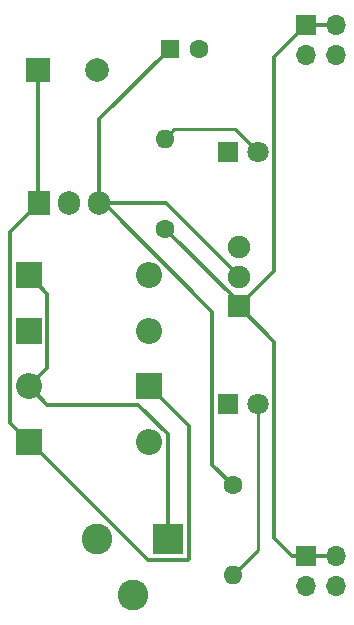
<source format=gtl>
%TF.GenerationSoftware,KiCad,Pcbnew,5.1.8-db9833491~88~ubuntu18.04.1*%
%TF.CreationDate,2021-01-02T19:35:10+01:00*%
%TF.ProjectId,Breadboard_power_supply,42726561-6462-46f6-9172-645f706f7765,Rev A*%
%TF.SameCoordinates,Original*%
%TF.FileFunction,Copper,L1,Top*%
%TF.FilePolarity,Positive*%
%FSLAX46Y46*%
G04 Gerber Fmt 4.6, Leading zero omitted, Abs format (unit mm)*
G04 Created by KiCad (PCBNEW 5.1.8-db9833491~88~ubuntu18.04.1) date 2021-01-02 19:35:10*
%MOMM*%
%LPD*%
G01*
G04 APERTURE LIST*
%TA.AperFunction,ComponentPad*%
%ADD10R,1.600000X1.600000*%
%TD*%
%TA.AperFunction,ComponentPad*%
%ADD11C,1.600000*%
%TD*%
%TA.AperFunction,ComponentPad*%
%ADD12R,2.000000X2.000000*%
%TD*%
%TA.AperFunction,ComponentPad*%
%ADD13C,2.000000*%
%TD*%
%TA.AperFunction,ComponentPad*%
%ADD14O,2.200000X2.200000*%
%TD*%
%TA.AperFunction,ComponentPad*%
%ADD15R,2.200000X2.200000*%
%TD*%
%TA.AperFunction,ComponentPad*%
%ADD16C,1.800000*%
%TD*%
%TA.AperFunction,ComponentPad*%
%ADD17R,1.800000X1.800000*%
%TD*%
%TA.AperFunction,ComponentPad*%
%ADD18R,2.600000X2.600000*%
%TD*%
%TA.AperFunction,ComponentPad*%
%ADD19C,2.600000*%
%TD*%
%TA.AperFunction,ComponentPad*%
%ADD20R,1.700000X1.700000*%
%TD*%
%TA.AperFunction,ComponentPad*%
%ADD21O,1.700000X1.700000*%
%TD*%
%TA.AperFunction,ComponentPad*%
%ADD22O,1.600000X1.600000*%
%TD*%
%TA.AperFunction,ComponentPad*%
%ADD23R,1.900000X1.900000*%
%TD*%
%TA.AperFunction,ComponentPad*%
%ADD24C,1.900000*%
%TD*%
%TA.AperFunction,ComponentPad*%
%ADD25R,1.905000X2.000000*%
%TD*%
%TA.AperFunction,ComponentPad*%
%ADD26O,1.905000X2.000000*%
%TD*%
%TA.AperFunction,Conductor*%
%ADD27C,0.300000*%
%TD*%
%TA.AperFunction,Conductor*%
%ADD28C,0.250000*%
%TD*%
G04 APERTURE END LIST*
D10*
%TO.P,C1,1*%
%TO.N,/Vout1*%
X128016000Y-64262000D03*
D11*
%TO.P,C1,2*%
%TO.N,/V-*%
X130516000Y-64262000D03*
%TD*%
D12*
%TO.P,C2,1*%
%TO.N,/Vin*%
X116840000Y-66040000D03*
D13*
%TO.P,C2,2*%
%TO.N,/V-*%
X121840000Y-66040000D03*
%TD*%
D14*
%TO.P,D1,2*%
%TO.N,/bj_pin1*%
X116078000Y-92837000D03*
D15*
%TO.P,D1,1*%
%TO.N,/Vin*%
X126238000Y-92837000D03*
%TD*%
%TO.P,D2,1*%
%TO.N,/bj_pin1*%
X116078000Y-83439000D03*
D14*
%TO.P,D2,2*%
%TO.N,/V-*%
X126238000Y-83439000D03*
%TD*%
D15*
%TO.P,D3,1*%
%TO.N,/Vin*%
X116078000Y-97536000D03*
D14*
%TO.P,D3,2*%
%TO.N,/bj_pin2*%
X126238000Y-97536000D03*
%TD*%
%TO.P,D4,2*%
%TO.N,/V-*%
X126238000Y-88138000D03*
D15*
%TO.P,D4,1*%
%TO.N,/bj_pin2*%
X116078000Y-88138000D03*
%TD*%
D16*
%TO.P,D5,2*%
%TO.N,Net-(D5-Pad2)*%
X135509000Y-94361000D03*
D17*
%TO.P,D5,1*%
%TO.N,/V-*%
X132969000Y-94361000D03*
%TD*%
%TO.P,D6,1*%
%TO.N,/V-*%
X132969000Y-73025000D03*
D16*
%TO.P,D6,2*%
%TO.N,Net-(D6-Pad2)*%
X135509000Y-73025000D03*
%TD*%
D18*
%TO.P,J1,1*%
%TO.N,/bj_pin1*%
X127889000Y-105791000D03*
D19*
%TO.P,J1,2*%
%TO.N,/bj_pin2*%
X121889000Y-105791000D03*
%TO.P,J1,3*%
%TO.N,Net-(J1-Pad3)*%
X124889000Y-110491000D03*
%TD*%
D20*
%TO.P,J2,1*%
%TO.N,/Vout2*%
X139573000Y-62230000D03*
D21*
%TO.P,J2,2*%
X142113000Y-62230000D03*
%TO.P,J2,3*%
%TO.N,/V-*%
X139573000Y-64770000D03*
%TO.P,J2,4*%
X142113000Y-64770000D03*
%TD*%
%TO.P,J3,4*%
%TO.N,/V-*%
X142113000Y-109755000D03*
%TO.P,J3,3*%
X139573000Y-109755000D03*
%TO.P,J3,2*%
%TO.N,/Vout2*%
X142113000Y-107215000D03*
D20*
%TO.P,J3,1*%
X139573000Y-107215000D03*
%TD*%
D22*
%TO.P,R1,2*%
%TO.N,Net-(D5-Pad2)*%
X133350000Y-108839000D03*
D11*
%TO.P,R1,1*%
%TO.N,/Vout1*%
X133350000Y-101219000D03*
%TD*%
%TO.P,R2,1*%
%TO.N,/Vout2*%
X127635000Y-79502000D03*
D22*
%TO.P,R2,2*%
%TO.N,Net-(D6-Pad2)*%
X127635000Y-71882000D03*
%TD*%
D23*
%TO.P,SW1,1*%
%TO.N,/Vout2*%
X133858000Y-86073000D03*
D24*
%TO.P,SW1,2*%
%TO.N,/Vout1*%
X133858000Y-83573000D03*
%TO.P,SW1,3*%
%TO.N,Net-(SW1-Pad3)*%
X133858000Y-81073000D03*
%TD*%
D25*
%TO.P,U1,1*%
%TO.N,/Vin*%
X116967000Y-77343000D03*
D26*
%TO.P,U1,2*%
%TO.N,/V-*%
X119507000Y-77343000D03*
%TO.P,U1,3*%
%TO.N,/Vout1*%
X122047000Y-77343000D03*
%TD*%
D27*
%TO.N,/Vout1*%
X127707002Y-77343000D02*
X133858000Y-83493998D01*
X133858000Y-83493998D02*
X133858000Y-83573000D01*
X122047000Y-77343000D02*
X127707002Y-77343000D01*
X122047000Y-70231000D02*
X122047000Y-77343000D01*
X128016000Y-64262000D02*
X122047000Y-70231000D01*
X122436002Y-77343000D02*
X122047000Y-77343000D01*
X131618999Y-86525997D02*
X122436002Y-77343000D01*
X131618999Y-99487999D02*
X131618999Y-86525997D01*
X133350000Y-101219000D02*
X131618999Y-99487999D01*
%TO.N,/Vin*%
X116866001Y-77443999D02*
X116967000Y-77343000D01*
X116840000Y-77216000D02*
X116967000Y-77343000D01*
X116840000Y-66040000D02*
X116840000Y-77216000D01*
X114527999Y-79782001D02*
X116967000Y-77343000D01*
X114527999Y-95985999D02*
X114527999Y-79782001D01*
X116078000Y-97536000D02*
X114527999Y-95985999D01*
X129549001Y-107541001D02*
X129639001Y-107451001D01*
X116223998Y-97536000D02*
X126228999Y-107541001D01*
X129639001Y-96238001D02*
X126238000Y-92837000D01*
X129639001Y-107451001D02*
X129639001Y-96238001D01*
X126228999Y-107541001D02*
X129549001Y-107541001D01*
X116078000Y-97536000D02*
X116223998Y-97536000D01*
%TO.N,/bj_pin1*%
X117628001Y-94387001D02*
X116078000Y-92837000D01*
X125383003Y-94387001D02*
X117628001Y-94387001D01*
X127889000Y-96892998D02*
X125383003Y-94387001D01*
X127889000Y-105791000D02*
X127889000Y-96892998D01*
X117628001Y-84989001D02*
X116078000Y-83439000D01*
X117628001Y-91286999D02*
X117628001Y-84989001D01*
X116078000Y-92837000D02*
X117628001Y-91286999D01*
D28*
%TO.N,Net-(D5-Pad2)*%
X135509000Y-106680000D02*
X135509000Y-94361000D01*
X133350000Y-108839000D02*
X135509000Y-106680000D01*
%TO.N,Net-(D6-Pad2)*%
X133566001Y-71082001D02*
X135509000Y-73025000D01*
X128434999Y-71082001D02*
X133566001Y-71082001D01*
X127635000Y-71882000D02*
X128434999Y-71082001D01*
D27*
%TO.N,/Vout2*%
X142113000Y-107215000D02*
X139573000Y-107215000D01*
X136859001Y-105651001D02*
X136859001Y-89074001D01*
X138423000Y-107215000D02*
X136859001Y-105651001D01*
X136859001Y-89074001D02*
X133858000Y-86073000D01*
X139573000Y-107215000D02*
X138423000Y-107215000D01*
X133455630Y-86073000D02*
X133858000Y-86073000D01*
X142113000Y-62230000D02*
X139573000Y-62230000D01*
X136859001Y-83071999D02*
X133858000Y-86073000D01*
X136859001Y-64943999D02*
X136859001Y-83071999D01*
X139573000Y-62230000D02*
X136859001Y-64943999D01*
X133858000Y-85725000D02*
X127635000Y-79502000D01*
X133858000Y-86073000D02*
X133858000Y-85725000D01*
%TD*%
M02*

</source>
